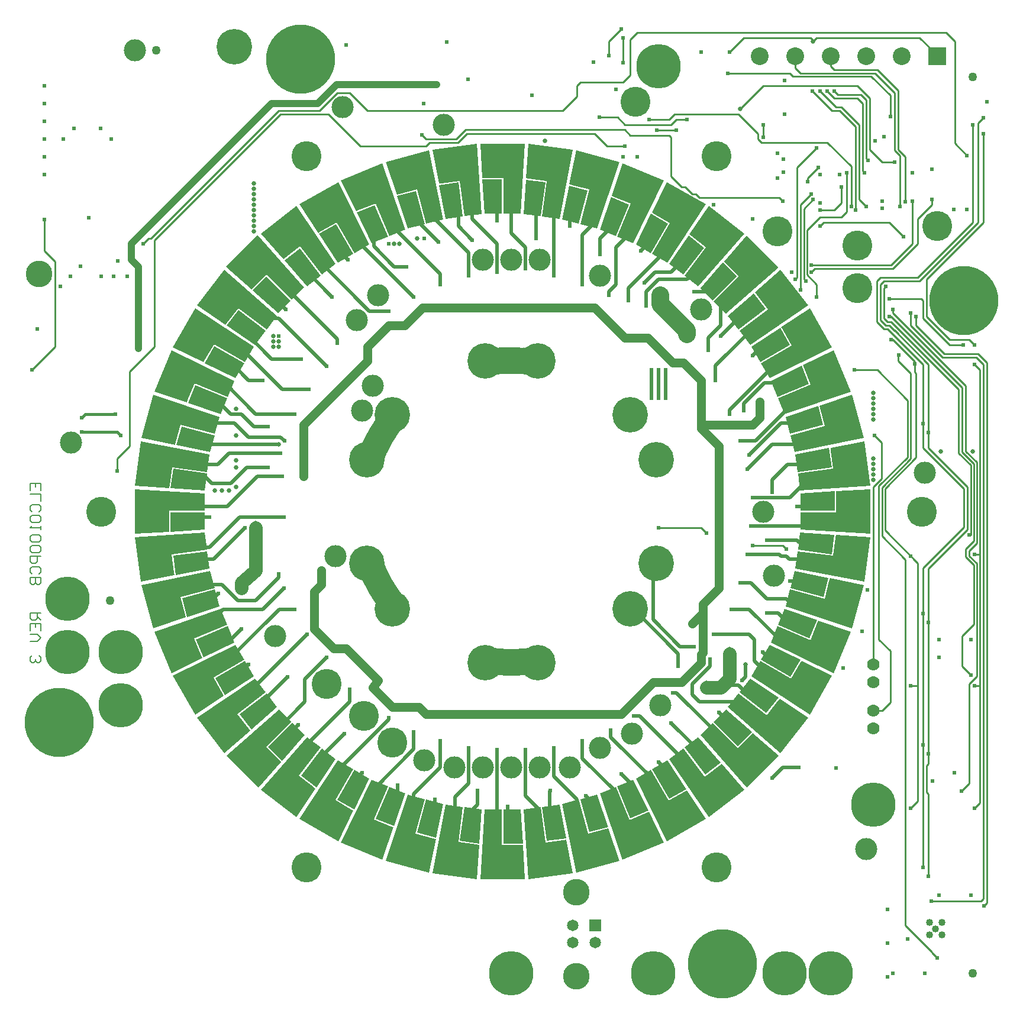
<source format=gbl>
%FSLAX23Y23*%
%MOIN*%
G70*
G01*
G75*
G04 Layer_Physical_Order=4*
G04 Layer_Color=16711680*
%ADD10C,0.150*%
%ADD11R,0.118X0.118*%
%ADD12R,0.010X0.041*%
%ADD13R,0.041X0.010*%
%ADD14R,0.035X0.049*%
%ADD15R,0.050X0.055*%
%ADD16R,0.055X0.050*%
%ADD17R,0.022X0.057*%
%ADD18R,0.022X0.057*%
%ADD19R,0.012X0.063*%
%ADD20R,0.140X0.060*%
%ADD21R,0.330X0.420*%
%ADD22R,0.079X0.126*%
%ADD23R,0.079X0.126*%
%ADD24R,0.085X0.036*%
%ADD25R,0.410X0.425*%
%ADD26R,0.110X0.115*%
%ADD27R,0.100X0.100*%
%ADD28R,0.059X0.051*%
%ADD29R,0.024X0.087*%
%ADD30R,0.024X0.087*%
%ADD31R,0.081X0.024*%
%ADD32C,0.050*%
%ADD33R,0.039X0.063*%
%ADD34R,0.217X0.280*%
%ADD35R,0.089X0.024*%
%ADD36R,0.160X0.080*%
%ADD37R,0.450X0.450*%
%ADD38R,0.100X0.100*%
%ADD39R,0.102X0.094*%
%ADD40R,0.012X0.063*%
%ADD41R,0.055X0.065*%
%ADD42R,0.065X0.055*%
%ADD43R,0.037X0.035*%
%ADD44R,0.037X0.035*%
%ADD45R,0.217X0.079*%
%ADD46R,0.063X0.012*%
%ADD47R,0.050X0.110*%
%ADD48R,0.087X0.024*%
%ADD49R,0.087X0.024*%
%ADD50C,0.010*%
%ADD51C,0.020*%
%ADD52C,0.075*%
%ADD53C,0.040*%
%ADD54C,0.025*%
%ADD55C,0.030*%
%ADD56C,0.035*%
%ADD57C,0.015*%
%ADD58C,0.100*%
%ADD59C,0.050*%
%ADD60C,0.150*%
%ADD61C,0.065*%
%ADD62R,0.065X0.065*%
%ADD63C,0.390*%
%ADD64C,0.169*%
%ADD65C,0.100*%
%ADD66C,0.070*%
%ADD67C,0.125*%
%ADD68C,0.250*%
%ADD69C,0.200*%
%ADD70C,0.150*%
%ADD71C,0.024*%
%ADD72C,0.040*%
%ADD73C,0.025*%
%ADD74C,0.008*%
%ADD75C,0.131*%
%ADD76C,0.080*%
%ADD77C,0.430*%
%ADD78C,0.209*%
%ADD79C,0.102*%
%ADD80C,0.085*%
%ADD81C,0.165*%
%ADD82C,0.290*%
%ADD83C,0.052*%
%ADD84C,0.055*%
%ADD85C,0.064*%
G04:AMPARAMS|DCode=86|XSize=43mil|YSize=59mil|CornerRadius=0mil|HoleSize=0mil|Usage=FLASHONLY|Rotation=277.500|XOffset=0mil|YOffset=0mil|HoleType=Round|Shape=Rectangle|*
%AMROTATEDRECTD86*
4,1,4,-0.032,0.018,0.026,0.025,0.032,-0.018,-0.026,-0.025,-0.032,0.018,0.0*
%
%ADD86ROTATEDRECTD86*%

G04:AMPARAMS|DCode=87|XSize=43mil|YSize=59mil|CornerRadius=0mil|HoleSize=0mil|Usage=FLASHONLY|Rotation=292.500|XOffset=0mil|YOffset=0mil|HoleType=Round|Shape=Rectangle|*
%AMROTATEDRECTD87*
4,1,4,-0.036,0.009,0.019,0.031,0.036,-0.009,-0.019,-0.031,-0.036,0.009,0.0*
%
%ADD87ROTATEDRECTD87*%

G04:AMPARAMS|DCode=88|XSize=43mil|YSize=59mil|CornerRadius=0mil|HoleSize=0mil|Usage=FLASHONLY|Rotation=307.500|XOffset=0mil|YOffset=0mil|HoleType=Round|Shape=Rectangle|*
%AMROTATEDRECTD88*
4,1,4,-0.037,-0.001,0.010,0.035,0.037,0.001,-0.010,-0.035,-0.037,-0.001,0.0*
%
%ADD88ROTATEDRECTD88*%

G04:AMPARAMS|DCode=89|XSize=43mil|YSize=59mil|CornerRadius=0mil|HoleSize=0mil|Usage=FLASHONLY|Rotation=322.500|XOffset=0mil|YOffset=0mil|HoleType=Round|Shape=Rectangle|*
%AMROTATEDRECTD89*
4,1,4,-0.035,-0.010,0.001,0.037,0.035,0.010,-0.001,-0.037,-0.035,-0.010,0.0*
%
%ADD89ROTATEDRECTD89*%

G04:AMPARAMS|DCode=90|XSize=43mil|YSize=59mil|CornerRadius=0mil|HoleSize=0mil|Usage=FLASHONLY|Rotation=337.500|XOffset=0mil|YOffset=0mil|HoleType=Round|Shape=Rectangle|*
%AMROTATEDRECTD90*
4,1,4,-0.031,-0.019,-0.009,0.036,0.031,0.019,0.009,-0.036,-0.031,-0.019,0.0*
%
%ADD90ROTATEDRECTD90*%

G04:AMPARAMS|DCode=91|XSize=43mil|YSize=59mil|CornerRadius=0mil|HoleSize=0mil|Usage=FLASHONLY|Rotation=352.500|XOffset=0mil|YOffset=0mil|HoleType=Round|Shape=Rectangle|*
%AMROTATEDRECTD91*
4,1,4,-0.025,-0.026,-0.018,0.032,0.025,0.026,0.018,-0.032,-0.025,-0.026,0.0*
%
%ADD91ROTATEDRECTD91*%

G04:AMPARAMS|DCode=92|XSize=43mil|YSize=59mil|CornerRadius=0mil|HoleSize=0mil|Usage=FLASHONLY|Rotation=7.500|XOffset=0mil|YOffset=0mil|HoleType=Round|Shape=Rectangle|*
%AMROTATEDRECTD92*
4,1,4,-0.018,-0.032,-0.025,0.026,0.018,0.032,0.025,-0.026,-0.018,-0.032,0.0*
%
%ADD92ROTATEDRECTD92*%

G04:AMPARAMS|DCode=93|XSize=43mil|YSize=59mil|CornerRadius=0mil|HoleSize=0mil|Usage=FLASHONLY|Rotation=22.500|XOffset=0mil|YOffset=0mil|HoleType=Round|Shape=Rectangle|*
%AMROTATEDRECTD93*
4,1,4,-0.009,-0.036,-0.031,0.019,0.009,0.036,0.031,-0.019,-0.009,-0.036,0.0*
%
%ADD93ROTATEDRECTD93*%

G04:AMPARAMS|DCode=94|XSize=43mil|YSize=59mil|CornerRadius=0mil|HoleSize=0mil|Usage=FLASHONLY|Rotation=37.500|XOffset=0mil|YOffset=0mil|HoleType=Round|Shape=Rectangle|*
%AMROTATEDRECTD94*
4,1,4,0.001,-0.037,-0.035,0.010,-0.001,0.037,0.035,-0.010,0.001,-0.037,0.0*
%
%ADD94ROTATEDRECTD94*%

G04:AMPARAMS|DCode=95|XSize=43mil|YSize=59mil|CornerRadius=0mil|HoleSize=0mil|Usage=FLASHONLY|Rotation=52.500|XOffset=0mil|YOffset=0mil|HoleType=Round|Shape=Rectangle|*
%AMROTATEDRECTD95*
4,1,4,0.010,-0.035,-0.037,0.001,-0.010,0.035,0.037,-0.001,0.010,-0.035,0.0*
%
%ADD95ROTATEDRECTD95*%

G04:AMPARAMS|DCode=96|XSize=43mil|YSize=59mil|CornerRadius=0mil|HoleSize=0mil|Usage=FLASHONLY|Rotation=67.500|XOffset=0mil|YOffset=0mil|HoleType=Round|Shape=Rectangle|*
%AMROTATEDRECTD96*
4,1,4,0.019,-0.031,-0.036,-0.009,-0.019,0.031,0.036,0.009,0.019,-0.031,0.0*
%
%ADD96ROTATEDRECTD96*%

G04:AMPARAMS|DCode=97|XSize=43mil|YSize=59mil|CornerRadius=0mil|HoleSize=0mil|Usage=FLASHONLY|Rotation=82.500|XOffset=0mil|YOffset=0mil|HoleType=Round|Shape=Rectangle|*
%AMROTATEDRECTD97*
4,1,4,0.026,-0.025,-0.032,-0.018,-0.026,0.025,0.032,0.018,0.026,-0.025,0.0*
%
%ADD97ROTATEDRECTD97*%

G04:AMPARAMS|DCode=98|XSize=43mil|YSize=59mil|CornerRadius=0mil|HoleSize=0mil|Usage=FLASHONLY|Rotation=285.000|XOffset=0mil|YOffset=0mil|HoleType=Round|Shape=Rectangle|*
%AMROTATEDRECTD98*
4,1,4,-0.034,0.013,0.023,0.029,0.034,-0.013,-0.023,-0.029,-0.034,0.013,0.0*
%
%ADD98ROTATEDRECTD98*%

%ADD99R,0.059X0.043*%
G04:AMPARAMS|DCode=100|XSize=43mil|YSize=59mil|CornerRadius=0mil|HoleSize=0mil|Usage=FLASHONLY|Rotation=315.000|XOffset=0mil|YOffset=0mil|HoleType=Round|Shape=Rectangle|*
%AMROTATEDRECTD100*
4,1,4,-0.036,-0.006,0.006,0.036,0.036,0.006,-0.006,-0.036,-0.036,-0.006,0.0*
%
%ADD100ROTATEDRECTD100*%

G04:AMPARAMS|DCode=101|XSize=43mil|YSize=59mil|CornerRadius=0mil|HoleSize=0mil|Usage=FLASHONLY|Rotation=300.000|XOffset=0mil|YOffset=0mil|HoleType=Round|Shape=Rectangle|*
%AMROTATEDRECTD101*
4,1,4,-0.036,0.004,0.015,0.034,0.036,-0.004,-0.015,-0.034,-0.036,0.004,0.0*
%
%ADD101ROTATEDRECTD101*%

G04:AMPARAMS|DCode=102|XSize=43mil|YSize=59mil|CornerRadius=0mil|HoleSize=0mil|Usage=FLASHONLY|Rotation=345.000|XOffset=0mil|YOffset=0mil|HoleType=Round|Shape=Rectangle|*
%AMROTATEDRECTD102*
4,1,4,-0.029,-0.023,-0.013,0.034,0.029,0.023,0.013,-0.034,-0.029,-0.023,0.0*
%
%ADD102ROTATEDRECTD102*%

G04:AMPARAMS|DCode=103|XSize=43mil|YSize=59mil|CornerRadius=0mil|HoleSize=0mil|Usage=FLASHONLY|Rotation=330.000|XOffset=0mil|YOffset=0mil|HoleType=Round|Shape=Rectangle|*
%AMROTATEDRECTD103*
4,1,4,-0.034,-0.015,-0.004,0.036,0.034,0.015,0.004,-0.036,-0.034,-0.015,0.0*
%
%ADD103ROTATEDRECTD103*%

G04:AMPARAMS|DCode=104|XSize=43mil|YSize=59mil|CornerRadius=0mil|HoleSize=0mil|Usage=FLASHONLY|Rotation=15.000|XOffset=0mil|YOffset=0mil|HoleType=Round|Shape=Rectangle|*
%AMROTATEDRECTD104*
4,1,4,-0.013,-0.034,-0.029,0.023,0.013,0.034,0.029,-0.023,-0.013,-0.034,0.0*
%
%ADD104ROTATEDRECTD104*%

%ADD105R,0.043X0.059*%
G04:AMPARAMS|DCode=106|XSize=43mil|YSize=59mil|CornerRadius=0mil|HoleSize=0mil|Usage=FLASHONLY|Rotation=45.000|XOffset=0mil|YOffset=0mil|HoleType=Round|Shape=Rectangle|*
%AMROTATEDRECTD106*
4,1,4,0.006,-0.036,-0.036,0.006,-0.006,0.036,0.036,-0.006,0.006,-0.036,0.0*
%
%ADD106ROTATEDRECTD106*%

G04:AMPARAMS|DCode=107|XSize=43mil|YSize=59mil|CornerRadius=0mil|HoleSize=0mil|Usage=FLASHONLY|Rotation=30.000|XOffset=0mil|YOffset=0mil|HoleType=Round|Shape=Rectangle|*
%AMROTATEDRECTD107*
4,1,4,-0.004,-0.036,-0.034,0.015,0.004,0.036,0.034,-0.015,-0.004,-0.036,0.0*
%
%ADD107ROTATEDRECTD107*%

G04:AMPARAMS|DCode=108|XSize=43mil|YSize=59mil|CornerRadius=0mil|HoleSize=0mil|Usage=FLASHONLY|Rotation=75.000|XOffset=0mil|YOffset=0mil|HoleType=Round|Shape=Rectangle|*
%AMROTATEDRECTD108*
4,1,4,0.023,-0.029,-0.034,-0.013,-0.023,0.029,0.034,0.013,0.023,-0.029,0.0*
%
%ADD108ROTATEDRECTD108*%

G04:AMPARAMS|DCode=109|XSize=43mil|YSize=59mil|CornerRadius=0mil|HoleSize=0mil|Usage=FLASHONLY|Rotation=60.000|XOffset=0mil|YOffset=0mil|HoleType=Round|Shape=Rectangle|*
%AMROTATEDRECTD109*
4,1,4,0.015,-0.034,-0.036,-0.004,-0.015,0.034,0.036,0.004,0.015,-0.034,0.0*
%
%ADD109ROTATEDRECTD109*%

G36*
X1807Y-926D02*
X1681Y-1145D01*
X1352Y-927D01*
X1402Y-842D01*
X1575Y-942D01*
X1627Y-854D01*
X1634Y-840D01*
X1807Y-926D01*
D02*
G37*
G36*
X-1452Y-927D02*
X-1614Y-1034D01*
X-1669Y-938D01*
X-1502Y-842D01*
X-1452Y-927D01*
D02*
G37*
G36*
X1504Y-1048D02*
X1437Y-1135D01*
X1284Y-1018D01*
X1344Y-940D01*
X1504Y-1048D01*
D02*
G37*
G36*
X-1561Y-737D02*
X-1735Y-822D01*
X-1777Y-720D01*
X-1599Y-646D01*
X-1561Y-737D01*
D02*
G37*
G36*
X-1602Y-639D02*
X-1787Y-716D01*
X-1748Y-810D01*
X-1742Y-825D01*
X-1916Y-910D01*
X-2012Y-677D01*
X-1639Y-548D01*
X-1602Y-639D01*
D02*
G37*
G36*
X1628Y-836D02*
X1573Y-932D01*
X1405Y-835D01*
X1455Y-750D01*
X1628Y-836D01*
D02*
G37*
G36*
X1439Y-1147D02*
X1501Y-1065D01*
X1511Y-1053D01*
X1671Y-1161D01*
X1517Y-1361D01*
X1220Y-1102D01*
X1279Y-1024D01*
X1439Y-1147D01*
D02*
G37*
G36*
X-1384Y-1018D02*
X-1544Y-1140D01*
X-1481Y-1221D01*
X-1472Y-1234D01*
X-1617Y-1361D01*
X-1771Y-1161D01*
X-1444Y-940D01*
X-1384Y-1018D01*
D02*
G37*
G36*
X-1164Y-1259D02*
X-1292Y-1404D01*
X-1370Y-1326D01*
X-1234Y-1190D01*
X-1164Y-1259D01*
D02*
G37*
G36*
X-1505Y-835D02*
X-1679Y-936D01*
X-1628Y-1024D01*
X-1620Y-1038D01*
X-1781Y-1145D01*
X-1907Y-926D01*
X-1555Y-750D01*
X-1505Y-835D01*
D02*
G37*
G36*
X-1320Y-1102D02*
X-1465Y-1229D01*
X-1532Y-1142D01*
X-1379Y-1024D01*
X-1320Y-1102D01*
D02*
G37*
G36*
X1354Y-1242D02*
X1276Y-1320D01*
X1140Y-1184D01*
X1209Y-1114D01*
X1354Y-1242D01*
D02*
G37*
G36*
X2021Y-146D02*
X1988Y-396D01*
X1600Y-321D01*
X1613Y-223D01*
X1812Y-249D01*
X1826Y-148D01*
X1828Y-132D01*
X2021Y-146D01*
D02*
G37*
G36*
X-1700Y-321D02*
X-1890Y-358D01*
X-1905Y-248D01*
X-1713Y-223D01*
X-1700Y-321D01*
D02*
G37*
G36*
X-1714Y-215D02*
X-1913Y-242D01*
X-1900Y-343D01*
X-1898Y-359D01*
X-2088Y-396D01*
X-2121Y-146D01*
X-1727Y-118D01*
X-1714Y-215D01*
D02*
G37*
G36*
X2022Y-126D02*
X1628Y-102D01*
Y-4D01*
X1829D01*
Y98D01*
Y114D01*
X2022Y126D01*
Y-126D01*
D02*
G37*
G36*
X-1728Y102D02*
Y4D01*
X-1929D01*
Y-98D01*
Y-114D01*
X-2122Y-126D01*
Y126D01*
X-1728Y102D01*
D02*
G37*
G36*
X1820Y-131D02*
X1806Y-241D01*
X1614Y-215D01*
X1627Y-118D01*
X1820Y-131D01*
D02*
G37*
G36*
X-1672Y-430D02*
X-1866Y-482D01*
X-1839Y-581D01*
X-1835Y-596D01*
X-2019Y-658D01*
X-2084Y-414D01*
X-1697Y-335D01*
X-1672Y-430D01*
D02*
G37*
G36*
X1722Y-611D02*
X1680Y-713D01*
X1502Y-639D01*
X1539Y-548D01*
X1722Y-611D01*
D02*
G37*
G36*
X1912Y-677D02*
X1816Y-910D01*
X1461Y-737D01*
X1499Y-646D01*
X1684Y-723D01*
X1723Y-629D01*
X1729Y-614D01*
X1912Y-677D01*
D02*
G37*
G36*
X1787Y-374D02*
X1758Y-480D01*
X1572Y-430D01*
X1597Y-335D01*
X1787Y-374D01*
D02*
G37*
G36*
X1984Y-414D02*
X1919Y-658D01*
X1544Y-533D01*
X1570Y-438D01*
X1764Y-490D01*
X1790Y-391D01*
X1794Y-376D01*
X1984Y-414D01*
D02*
G37*
G36*
X-1644Y-533D02*
X-1828Y-594D01*
X-1856Y-488D01*
X-1670Y-438D01*
X-1644Y-533D01*
D02*
G37*
G36*
X-168Y-1677D02*
X-181Y-1870D01*
X-291Y-1856D01*
X-265Y-1664D01*
X-168Y-1677D01*
D02*
G37*
G36*
X64Y-1871D02*
X-46D01*
Y-1678D01*
X52D01*
X64Y-1871D01*
D02*
G37*
G36*
X666Y-1737D02*
X760Y-1698D01*
X775Y-1692D01*
X860Y-1866D01*
X627Y-1962D01*
X498Y-1589D01*
X589Y-1552D01*
X666Y-1737D01*
D02*
G37*
G36*
X308Y-1840D02*
X198Y-1855D01*
X173Y-1663D01*
X271Y-1650D01*
X308Y-1840D01*
D02*
G37*
G36*
X887Y-1629D02*
X975Y-1578D01*
X989Y-1570D01*
X1096Y-1731D01*
X877Y-1857D01*
X701Y-1505D01*
X786Y-1455D01*
X887Y-1629D01*
D02*
G37*
G36*
X-892Y-1452D02*
X-992Y-1625D01*
X-904Y-1677D01*
X-890Y-1684D01*
X-976Y-1857D01*
X-1195Y-1731D01*
X-977Y-1402D01*
X-892Y-1452D01*
D02*
G37*
G36*
X192Y-1863D02*
X293Y-1850D01*
X309Y-1848D01*
X346Y-2038D01*
X96Y-2071D01*
X68Y-1677D01*
X165Y-1664D01*
X192Y-1863D01*
D02*
G37*
G36*
X-273Y-1663D02*
X-299Y-1862D01*
X-198Y-1876D01*
X-182Y-1878D01*
X-196Y-2071D01*
X-446Y-2038D01*
X-371Y-1650D01*
X-273Y-1663D01*
D02*
G37*
G36*
X-54Y-1879D02*
X64D01*
X76Y-2072D01*
X-176D01*
X-152Y-1678D01*
X-54D01*
Y-1879D01*
D02*
G37*
G36*
X-696Y-1549D02*
X-773Y-1734D01*
X-679Y-1773D01*
X-664Y-1779D01*
X-727Y-1962D01*
X-960Y-1866D01*
X-787Y-1511D01*
X-696Y-1549D01*
D02*
G37*
G36*
X432Y-1816D02*
X531Y-1789D01*
X546Y-1785D01*
X608Y-1969D01*
X364Y-2034D01*
X285Y-1647D01*
X380Y-1622D01*
X432Y-1816D01*
D02*
G37*
G36*
X-488Y-1620D02*
X-540Y-1814D01*
X-441Y-1840D01*
X-426Y-1844D01*
X-464Y-2034D01*
X-708Y-1969D01*
X-583Y-1594D01*
X-488Y-1620D01*
D02*
G37*
G36*
X-990Y-1394D02*
X-1098Y-1554D01*
X-1185Y-1487D01*
X-1068Y-1334D01*
X-990Y-1394D01*
D02*
G37*
G36*
X985Y-1564D02*
X889Y-1619D01*
X793Y-1452D01*
X878Y-1402D01*
X985Y-1564D01*
D02*
G37*
G36*
X-800Y-1505D02*
X-886Y-1678D01*
X-982Y-1623D01*
X-885Y-1455D01*
X-800Y-1505D01*
D02*
G37*
G36*
X1179Y-1415D02*
X1092Y-1482D01*
X974Y-1329D01*
X1052Y-1270D01*
X1179Y-1415D01*
D02*
G37*
G36*
X1276Y-1332D02*
X1348Y-1259D01*
X1360Y-1248D01*
X1504Y-1376D01*
X1326Y-1554D01*
X1064Y-1259D01*
X1134Y-1190D01*
X1276Y-1332D01*
D02*
G37*
G36*
X-1240Y-1184D02*
X-1382Y-1326D01*
X-1309Y-1398D01*
X-1298Y-1410D01*
X-1426Y-1554D01*
X-1604Y-1376D01*
X-1309Y-1114D01*
X-1240Y-1184D01*
D02*
G37*
G36*
X-598Y-1589D02*
X-661Y-1772D01*
X-763Y-1730D01*
X-689Y-1552D01*
X-598Y-1589D01*
D02*
G37*
G36*
X544Y-1778D02*
X438Y-1806D01*
X388Y-1620D01*
X483Y-1594D01*
X544Y-1778D01*
D02*
G37*
G36*
X-385Y-1647D02*
X-424Y-1837D01*
X-530Y-1808D01*
X-480Y-1622D01*
X-385Y-1647D01*
D02*
G37*
G36*
X1090Y-1494D02*
X1171Y-1431D01*
X1184Y-1422D01*
X1311Y-1567D01*
X1111Y-1721D01*
X890Y-1394D01*
X968Y-1334D01*
X1090Y-1494D01*
D02*
G37*
G36*
X-1074Y-1329D02*
X-1197Y-1489D01*
X-1115Y-1551D01*
X-1103Y-1561D01*
X-1211Y-1721D01*
X-1411Y-1567D01*
X-1152Y-1270D01*
X-1074Y-1329D01*
D02*
G37*
G36*
X772Y-1685D02*
X670Y-1727D01*
X596Y-1549D01*
X687Y-1511D01*
X772Y-1685D01*
D02*
G37*
G36*
X-800Y1505D02*
X-885Y1455D01*
X-986Y1629D01*
X-1074Y1578D01*
X-1088Y1570D01*
X-1195Y1731D01*
X-976Y1857D01*
X-800Y1505D01*
D02*
G37*
G36*
X1096Y1731D02*
X878Y1402D01*
X793Y1452D01*
X893Y1625D01*
X805Y1677D01*
X791Y1684D01*
X877Y1857D01*
X1096Y1731D01*
D02*
G37*
G36*
X-892Y1452D02*
X-977Y1402D01*
X-1084Y1564D01*
X-988Y1619D01*
X-892Y1452D01*
D02*
G37*
G36*
X860Y1866D02*
X687Y1511D01*
X596Y1549D01*
X673Y1734D01*
X579Y1773D01*
X564Y1779D01*
X627Y1962D01*
X860Y1866D01*
D02*
G37*
G36*
X-696Y1549D02*
X-787Y1511D01*
X-872Y1685D01*
X-770Y1727D01*
X-696Y1549D01*
D02*
G37*
G36*
X883Y1623D02*
X786Y1455D01*
X701Y1505D01*
X787Y1678D01*
X883Y1623D01*
D02*
G37*
G36*
X-1074Y1329D02*
X-1152Y1270D01*
X-1279Y1415D01*
X-1192Y1482D01*
X-1074Y1329D01*
D02*
G37*
G36*
X-1168Y1263D02*
X-1238Y1194D01*
X-1380Y1336D01*
X-1452Y1263D01*
X-1464Y1252D01*
X-1608Y1380D01*
X-1430Y1558D01*
X-1168Y1263D01*
D02*
G37*
G36*
X1270Y1326D02*
X1134Y1190D01*
X1064Y1259D01*
X1192Y1404D01*
X1270Y1326D01*
D02*
G37*
G36*
X1085Y1487D02*
X968Y1334D01*
X890Y1394D01*
X998Y1554D01*
X1085Y1487D01*
D02*
G37*
G36*
X-990Y1394D02*
X-1068Y1334D01*
X-1190Y1494D01*
X-1271Y1431D01*
X-1284Y1422D01*
X-1411Y1567D01*
X-1211Y1721D01*
X-990Y1394D01*
D02*
G37*
G36*
X1311Y1567D02*
X1052Y1270D01*
X974Y1329D01*
X1097Y1489D01*
X1015Y1551D01*
X1003Y1561D01*
X1111Y1721D01*
X1311Y1567D01*
D02*
G37*
G36*
X-168Y1677D02*
X-265Y1664D01*
X-292Y1863D01*
X-393Y1850D01*
X-409Y1848D01*
X-446Y2038D01*
X-196Y2071D01*
X-168Y1677D01*
D02*
G37*
G36*
X346Y2038D02*
X271Y1650D01*
X173Y1663D01*
X199Y1862D01*
X98Y1876D01*
X82Y1878D01*
X96Y2071D01*
X346Y2038D01*
D02*
G37*
G36*
X-273Y1663D02*
X-371Y1650D01*
X-408Y1840D01*
X-298Y1855D01*
X-273Y1663D01*
D02*
G37*
G36*
X52Y1678D02*
X-46D01*
Y1879D01*
X-164D01*
X-176Y2072D01*
X76D01*
X52Y1678D01*
D02*
G37*
G36*
X-54D02*
X-152D01*
X-164Y1871D01*
X-54D01*
Y1678D01*
D02*
G37*
G36*
X191Y1856D02*
X165Y1664D01*
X68Y1677D01*
X81Y1870D01*
X191Y1856D01*
D02*
G37*
G36*
X-488Y1620D02*
X-583Y1594D01*
X-644Y1778D01*
X-538Y1806D01*
X-488Y1620D01*
D02*
G37*
G36*
X663Y1730D02*
X589Y1552D01*
X498Y1589D01*
X561Y1772D01*
X663Y1730D01*
D02*
G37*
G36*
X-598Y1589D02*
X-689Y1552D01*
X-766Y1737D01*
X-860Y1698D01*
X-875Y1692D01*
X-960Y1866D01*
X-727Y1962D01*
X-598Y1589D01*
D02*
G37*
G36*
X430Y1808D02*
X380Y1622D01*
X285Y1647D01*
X324Y1837D01*
X430Y1808D01*
D02*
G37*
G36*
X-385Y1647D02*
X-480Y1622D01*
X-532Y1816D01*
X-631Y1789D01*
X-646Y1785D01*
X-708Y1969D01*
X-464Y2034D01*
X-385Y1647D01*
D02*
G37*
G36*
X608Y1969D02*
X483Y1594D01*
X388Y1620D01*
X440Y1814D01*
X341Y1840D01*
X326Y1844D01*
X364Y2034D01*
X608Y1969D01*
D02*
G37*
G36*
X-1644Y533D02*
X-1670Y438D01*
X-1864Y490D01*
X-1890Y391D01*
X-1894Y376D01*
X-2084Y414D01*
X-2019Y658D01*
X-1644Y533D01*
D02*
G37*
G36*
X1984Y414D02*
X1597Y335D01*
X1572Y430D01*
X1766Y482D01*
X1739Y581D01*
X1735Y596D01*
X1919Y658D01*
X1984Y414D01*
D02*
G37*
G36*
X-1672Y430D02*
X-1697Y335D01*
X-1887Y374D01*
X-1858Y480D01*
X-1672Y430D01*
D02*
G37*
G36*
X1912Y677D02*
X1539Y548D01*
X1502Y639D01*
X1687Y716D01*
X1648Y810D01*
X1642Y825D01*
X1816Y910D01*
X1912Y677D01*
D02*
G37*
G36*
X-1602Y639D02*
X-1639Y548D01*
X-1822Y611D01*
X-1780Y713D01*
X-1602Y639D01*
D02*
G37*
G36*
X1756Y488D02*
X1570Y438D01*
X1544Y533D01*
X1728Y594D01*
X1756Y488D01*
D02*
G37*
G36*
X-1714Y215D02*
X-1727Y118D01*
X-1920Y131D01*
X-1906Y241D01*
X-1714Y215D01*
D02*
G37*
G36*
X1821Y4D02*
X1628D01*
Y102D01*
X1821Y114D01*
Y4D01*
D02*
G37*
G36*
X-1728Y-102D02*
X-1921Y-114D01*
Y-4D01*
X-1728D01*
Y-102D01*
D02*
G37*
G36*
X1805Y248D02*
X1613Y223D01*
X1600Y321D01*
X1790Y358D01*
X1805Y248D01*
D02*
G37*
G36*
X-1700Y321D02*
X-1713Y223D01*
X-1912Y249D01*
X-1926Y148D01*
X-1928Y132D01*
X-2121Y146D01*
X-2088Y396D01*
X-1700Y321D01*
D02*
G37*
G36*
X2021Y146D02*
X1627Y118D01*
X1614Y215D01*
X1813Y242D01*
X1800Y343D01*
X1798Y359D01*
X1988Y396D01*
X2021Y146D01*
D02*
G37*
G36*
X-1320Y1102D02*
X-1379Y1024D01*
X-1539Y1147D01*
X-1601Y1065D01*
X-1611Y1053D01*
X-1771Y1161D01*
X-1617Y1361D01*
X-1320Y1102D01*
D02*
G37*
G36*
X1671Y1161D02*
X1344Y940D01*
X1284Y1018D01*
X1444Y1140D01*
X1381Y1221D01*
X1372Y1234D01*
X1517Y1361D01*
X1671Y1161D01*
D02*
G37*
G36*
X-1384Y1018D02*
X-1444Y940D01*
X-1604Y1048D01*
X-1537Y1135D01*
X-1384Y1018D01*
D02*
G37*
G36*
X-1244Y1188D02*
X-1313Y1118D01*
X-1458Y1246D01*
X-1380Y1324D01*
X-1244Y1188D01*
D02*
G37*
G36*
X1504Y1376D02*
X1209Y1114D01*
X1140Y1184D01*
X1282Y1326D01*
X1209Y1398D01*
X1198Y1410D01*
X1326Y1554D01*
X1504Y1376D01*
D02*
G37*
G36*
X1432Y1142D02*
X1279Y1024D01*
X1220Y1102D01*
X1365Y1229D01*
X1432Y1142D01*
D02*
G37*
G36*
X-1505Y836D02*
X-1555Y751D01*
X-1728Y837D01*
X-1673Y933D01*
X-1505Y836D01*
D02*
G37*
G36*
X1677Y720D02*
X1499Y646D01*
X1461Y737D01*
X1635Y822D01*
X1677Y720D01*
D02*
G37*
G36*
X-1561Y737D02*
X-1599Y646D01*
X-1784Y723D01*
X-1823Y629D01*
X-1829Y614D01*
X-2012Y677D01*
X-1916Y910D01*
X-1561Y737D01*
D02*
G37*
G36*
X1569Y939D02*
X1402Y843D01*
X1352Y928D01*
X1514Y1035D01*
X1569Y939D01*
D02*
G37*
G36*
X-1452Y928D02*
X-1502Y843D01*
X-1675Y943D01*
X-1727Y855D01*
X-1734Y841D01*
X-1907Y927D01*
X-1781Y1146D01*
X-1452Y928D01*
D02*
G37*
G36*
X1807Y927D02*
X1455Y751D01*
X1405Y836D01*
X1579Y937D01*
X1528Y1025D01*
X1520Y1039D01*
X1681Y1146D01*
X1807Y927D01*
D02*
G37*
D10*
X148Y839D02*
G03*
X-148Y839I-148J-839D01*
G01*
X-148Y-837D02*
G03*
X148Y-837I148J837D01*
G01*
X-798Y-291D02*
G03*
X-651Y-546I798J291D01*
G01*
X-147Y-837D02*
G03*
X148Y-837I147J837D01*
G01*
X-148D02*
G03*
X-147Y-837I148J837D01*
G01*
X-651Y547D02*
G03*
X-799Y291I651J-547D01*
G01*
D32*
X2600Y-2600D02*
D03*
Y2450D02*
D03*
X-2260Y-500D02*
D03*
X-2000Y2600D02*
D03*
D38*
X2400Y2565D02*
D03*
D50*
X2663Y-2222D02*
X2680Y-2205D01*
X2663Y-2222D02*
X2663Y-2222D01*
X2370Y-2485D02*
Y-2480D01*
Y-2485D02*
X2400Y-2515D01*
X-2630Y1470D02*
Y1645D01*
X-2700Y800D02*
X-2570Y930D01*
X1220Y2470D02*
X1570D01*
X1587Y2453D01*
X2027D01*
X2134Y2346D01*
Y2224D02*
Y2346D01*
X550Y2650D02*
X620Y2720D01*
X550Y2570D02*
Y2650D01*
X630Y2530D02*
Y2670D01*
X370Y2400D02*
X390Y2420D01*
X630D01*
X670Y2460D01*
Y2660D01*
X710Y2700D01*
X2385Y2585D02*
X2400D01*
X1230Y2590D02*
X1310Y2670D01*
X1684D01*
X1702Y2652D01*
X1700Y2650D02*
X1720Y2670D01*
X2300D02*
X2385Y2585D01*
X710Y2700D02*
X2450D01*
X2500Y2650D01*
X1720Y2670D02*
X2300D01*
X1600Y2500D02*
Y2585D01*
Y2500D02*
X1630Y2470D01*
X2050D01*
X2160Y2360D01*
Y2035D02*
Y2360D01*
Y2035D02*
X2190Y2005D01*
Y1720D02*
Y2005D01*
X1800Y2510D02*
Y2585D01*
Y2510D02*
X1820Y2490D01*
X2062D01*
X1740Y1610D02*
X1760Y1630D01*
X1860Y1660D02*
X1890Y1690D01*
X1740Y1660D02*
X1860D01*
X290Y2260D02*
X370Y2340D01*
X2220Y1747D02*
Y2000D01*
X2180Y2040D02*
X2220Y2000D01*
X2180Y2040D02*
Y2372D01*
X2062Y2490D02*
X2180Y2372D01*
X1695Y2370D02*
X1805Y2260D01*
X1740Y2370D02*
X1830Y2280D01*
X1780Y2370D02*
X1820Y2330D01*
Y2370D02*
X1840Y2350D01*
X2500Y2074D02*
Y2650D01*
X2630Y2190D02*
X2660Y2220D01*
X2630Y1630D02*
Y2190D01*
X920Y2240D02*
X1280D01*
X890Y2210D02*
X920Y2240D01*
X777Y2210D02*
X890D01*
X900Y2180D02*
X930Y2210D01*
X2290Y1510D02*
Y1650D01*
X2370Y1730D01*
X-1310Y2260D02*
X-1080D01*
X-980Y2360D01*
X-910D01*
X-810Y2260D01*
X290D01*
X-480Y2100D02*
X-310D01*
X-259Y2151D01*
X-480Y2060D02*
X-460Y2080D01*
X-300D01*
X2045Y430D02*
X2085Y390D01*
Y185D02*
Y390D01*
X2040Y140D02*
X2085Y185D01*
X2040Y105D02*
Y140D01*
X2070Y-720D02*
Y144D01*
X2233Y307D01*
Y627D01*
X2040Y-860D02*
Y105D01*
Y-1120D02*
X2090D01*
X2135Y-1075D01*
Y-785D01*
X2070Y-720D02*
X2135Y-785D01*
X2062Y798D02*
X2233Y627D01*
X1933Y798D02*
X2062D01*
X640Y2180D02*
X900D01*
X2320Y360D02*
Y830D01*
X2588Y-130D02*
Y262D01*
X2520Y330D02*
X2588Y262D01*
X2520Y330D02*
Y690D01*
X2540Y335D02*
Y700D01*
Y335D02*
X2605Y270D01*
Y-165D02*
Y270D01*
X2560Y-210D02*
X2605Y-165D01*
X2560Y-255D02*
Y-210D01*
Y-255D02*
X2605Y-300D01*
Y-635D02*
Y-300D01*
X2540Y-700D02*
X2605Y-635D01*
X2540Y-870D02*
Y-700D01*
X2560Y340D02*
Y710D01*
Y340D02*
X2622Y278D01*
Y-177D02*
Y278D01*
X2580Y-220D02*
X2622Y-177D01*
X2580Y-250D02*
Y-220D01*
Y-250D02*
X2622Y-292D01*
Y-928D02*
Y-292D01*
X2580Y-970D02*
X2622Y-928D01*
X2580Y-1530D02*
Y-970D01*
X1390Y2100D02*
Y2130D01*
X1280Y2240D02*
X1390Y2130D01*
X1780Y2080D02*
X1915Y1945D01*
X1290Y2270D02*
X1420Y2400D01*
X1040Y1790D02*
X1060Y1770D01*
X900Y1890D02*
Y2110D01*
X1060Y1770D02*
X1510D01*
X1530Y1750D01*
X2500Y2074D02*
X2567Y2007D01*
X2000Y1990D02*
X2010Y1980D01*
X2000Y1990D02*
Y2320D01*
X1860Y1740D02*
Y1830D01*
X1820Y1700D02*
X1860Y1740D01*
X1740Y1700D02*
X1820D01*
X1980Y1920D02*
X1990Y1910D01*
X1980Y1920D02*
Y2300D01*
X1960Y1760D02*
X2000Y1720D01*
X1805Y2260D02*
X1850D01*
X1830Y2280D02*
X1860D01*
X1850Y2260D02*
X1940Y2170D01*
Y1700D02*
Y2170D01*
X1860Y2280D02*
X1960Y2180D01*
Y1760D02*
Y2180D01*
X1950Y2400D02*
X2020Y2330D01*
X1970Y2350D02*
X2000Y2320D01*
X1840Y2350D02*
X1970D01*
X1820Y2330D02*
X1950D01*
X1980Y2300D01*
X2020Y2040D02*
Y2330D01*
X2610Y830D02*
X2640Y800D01*
Y-1640D02*
Y800D01*
X-2630Y1470D02*
X-2570Y1410D01*
Y930D02*
Y1410D01*
X2106Y-106D02*
Y130D01*
X2280Y304D01*
X2290Y-1630D02*
Y-290D01*
X2250Y-1670D02*
X2290Y-1630D01*
X2350Y-2055D02*
Y-1590D01*
X2620Y870D02*
X2660Y830D01*
X2646Y-2194D02*
X2660Y-2180D01*
X2430Y870D02*
X2620D01*
X2440Y890D02*
X2630D01*
X2680Y840D01*
X2660Y-2180D02*
Y830D01*
X2680Y-2205D02*
Y840D01*
X2366Y-2194D02*
X2646D01*
X2610Y-1670D02*
X2640Y-1640D01*
X2610Y-980D02*
X2640D01*
X2610Y-240D02*
X2640D01*
X2340Y-1580D02*
X2350Y-1590D01*
X2340Y-1580D02*
Y-1430D01*
X2350Y-1420D01*
X2250Y-980D02*
X2290D01*
X2280Y304D02*
Y780D01*
X2060Y1300D02*
X2080Y1320D01*
X2290D01*
X2280Y1050D02*
Y1100D01*
X2660Y1630D02*
Y2130D01*
X2100Y1260D02*
X2110Y1270D01*
X2080Y1280D02*
X2100Y1300D01*
X2300D01*
X2250Y1050D02*
Y1120D01*
X2470Y940D02*
X2547D01*
X2580Y970D02*
X2610Y940D01*
X2320Y1090D02*
X2470Y940D01*
Y970D02*
X2580D01*
X2130Y1200D02*
X2310D01*
X2320Y1190D01*
Y1090D02*
Y1190D01*
X2340Y1100D02*
X2470Y970D01*
X2300Y1300D02*
X2630Y1630D01*
X2290Y1320D02*
X2600Y1630D01*
Y2180D01*
X2340Y1100D02*
Y1310D01*
X2660Y1630D01*
X2150Y1120D02*
Y1140D01*
X2060Y1070D02*
X2100Y1030D01*
X2120D01*
X2060Y1070D02*
Y1300D01*
X2080Y1080D02*
X2110Y1050D01*
X2129D01*
X2159Y1020D02*
X2159Y1021D01*
X2080Y1080D02*
Y1280D01*
X2100Y1090D02*
X2120Y1070D01*
X2140D01*
X2100Y1090D02*
Y1260D01*
X2130Y1100D02*
X2140D01*
X2129Y1050D02*
X2159Y1020D01*
X2220Y-2330D02*
X2370Y-2480D01*
X2220Y-2330D02*
Y-270D01*
X2088Y-138D02*
X2220Y-270D01*
X2088Y-138D02*
Y137D01*
X2250Y299D01*
Y780D01*
X2180Y850D02*
X2250Y780D01*
X2140Y970D02*
X2150D01*
X2120Y1030D02*
X2320Y830D01*
X2159Y1021D02*
X2350Y830D01*
X2140Y1070D02*
X2520Y690D01*
X2140Y1100D02*
X2540Y700D01*
X2150Y1120D02*
X2560Y710D01*
X2250Y1050D02*
X2430Y870D01*
X2280Y1050D02*
X2440Y890D01*
X2150Y970D02*
X2273Y847D01*
Y787D02*
X2280Y780D01*
X2180Y850D02*
Y880D01*
X-2075Y1510D02*
X-2045Y1540D01*
X1420Y2400D02*
X1950D01*
X-503Y2123D02*
X-480Y2100D01*
X2273Y787D02*
Y847D01*
X2106Y-106D02*
X2290Y-290D01*
X2320Y-2005D02*
Y-317D01*
X2350Y-1420D02*
Y-320D01*
X370Y2340D02*
Y2400D01*
X1630Y1730D02*
X1690Y1790D01*
X1630Y1250D02*
Y1730D01*
X1648Y1707D02*
X1700Y1760D01*
X2260Y1510D02*
Y1750D01*
X2140Y1390D02*
X2260Y1510D01*
X1690Y1390D02*
X2140D01*
X2370Y1730D02*
Y1760D01*
X2150Y1370D02*
X2290Y1510D01*
X1710Y1370D02*
X2150D01*
X1648Y1312D02*
Y1707D01*
Y1312D02*
X1660Y1300D01*
X1420Y2110D02*
Y2180D01*
X2350Y-320D02*
X2570Y-100D01*
Y140D01*
X2350Y360D02*
X2570Y140D01*
X2350Y360D02*
Y830D01*
X2320Y-317D02*
X2550Y-87D01*
Y130D01*
X2320Y360D02*
X2550Y130D01*
X599Y2221D02*
X640Y2180D01*
X494Y2221D02*
X599D01*
X-2220Y230D02*
Y300D01*
X-2150Y370D01*
Y790D01*
X-2010Y930D01*
Y1530D01*
X-2030Y1540D02*
X-1310Y2260D01*
X-2045Y1540D02*
X-2030D01*
X540Y2060D02*
X640D01*
X470Y2130D02*
X540Y2060D01*
X-250Y2130D02*
X470D01*
X-300Y2080D02*
X-250Y2130D01*
X-850Y2060D02*
X-480D01*
X-1030Y2240D02*
X-850Y2060D01*
X-1300Y2240D02*
X-1030D01*
X-2010Y1530D02*
X-1300Y2240D01*
X639Y2151D02*
X670Y2120D01*
X890D01*
X900Y2110D01*
X2020Y2040D02*
X2090Y1970D01*
X2160D01*
X1915Y1720D02*
Y1945D01*
X1410Y2080D02*
X1780D01*
X1390Y2100D02*
X1410Y2080D01*
X1690Y1350D02*
X1710Y1370D01*
X1890Y1690D02*
Y1910D01*
X2130Y1630D02*
X2210Y1550D01*
X1665Y1585D02*
X1740Y1660D01*
X1665Y1335D02*
Y1585D01*
Y1335D02*
X1720Y1280D01*
Y1210D02*
Y1280D01*
X-259Y2151D02*
X639D01*
X1610Y1940D02*
X1720Y2050D01*
X1610Y1320D02*
Y1940D01*
X1600Y1310D02*
X1610Y1320D01*
X-550Y1660D02*
Y1752D01*
X830Y-90D02*
X1070D01*
X1100Y-120D01*
X1360Y-190D02*
X1530D01*
X1550Y-210D01*
X2537Y-1573D02*
X2580Y-1530D01*
X2540Y-870D02*
X2590Y-920D01*
X1670Y1880D02*
X1730Y1940D01*
X1670Y1860D02*
Y1880D01*
X820Y2150D02*
X930D01*
X960Y1830D02*
X980D01*
X900Y1890D02*
X960Y1830D01*
X1760Y1630D02*
X2130D01*
X1020Y1790D02*
X1040D01*
X980Y1830D02*
X1020Y1790D01*
X930Y2210D02*
X990D01*
D51*
X2389Y-2353D02*
X2390Y-2352D01*
X-640Y-1614D02*
Y-1540D01*
X-720Y-1694D02*
X-640Y-1614D01*
X-1182Y1382D02*
X-1010Y1210D01*
X-1182Y1382D02*
Y1428D01*
X-190Y-1650D02*
Y-1570D01*
X-259Y-1719D02*
X-190Y-1650D01*
X-259Y-1810D02*
Y-1719D01*
X217Y-1802D02*
Y-1573D01*
X618Y-1479D02*
X675Y-1536D01*
Y-1672D02*
Y-1536D01*
X1440Y-490D02*
X1550D01*
X1350Y-400D02*
X1440Y-490D01*
X1520Y-250D02*
X1550D01*
X1567Y-267D01*
X1110Y980D02*
X1180Y1050D01*
Y1188D01*
X590Y1280D02*
Y1490D01*
X550Y1240D02*
X590Y1280D01*
X-299Y1609D02*
X-220Y1530D01*
X-818Y-310D02*
X-798Y-291D01*
X0Y1570D02*
Y1730D01*
Y1570D02*
X80Y1490D01*
Y1370D02*
Y1490D01*
X-220Y1650D02*
Y1710D01*
Y1650D02*
X-80Y1510D01*
Y1350D02*
Y1510D01*
X-240Y1330D02*
Y1460D01*
X-493Y1713D02*
X-240Y1460D01*
X-493Y1713D02*
Y1767D01*
X-400Y1280D02*
Y1340D01*
X-720Y1660D02*
X-400Y1340D01*
X-720Y1660D02*
Y1694D01*
X-552Y1210D02*
X-550D01*
X-935Y1593D02*
X-552Y1210D01*
X-801Y1130D02*
X-690D01*
X-1135Y1464D02*
X-801Y1130D01*
X-980Y950D02*
Y972D01*
X-1322Y1313D02*
X-980Y972D01*
X-1310Y1090D02*
X-1040Y820D01*
X-1436Y1090D02*
X-1310D01*
X-1478Y1132D02*
X-1436Y1090D01*
X-1290Y690D02*
X-1140D01*
X-1537Y937D02*
X-1290Y690D01*
X-1613Y937D02*
X-1537D01*
X-1440Y550D02*
X-1220D01*
X-1615Y725D02*
X-1440Y550D01*
X-1722Y725D02*
X-1615D01*
X-1480Y420D02*
X-1300D01*
X-1560Y500D02*
X-1480Y420D01*
X-1802Y500D02*
X-1560D01*
X-1653Y267D02*
X-1590Y330D01*
X-1852Y267D02*
X-1653D01*
X-1430Y200D02*
X-1290D01*
X-1600Y30D02*
X-1430Y200D01*
X-1872Y30D02*
X-1600D01*
X-1530Y-30D02*
X-1280D01*
X-1700Y-200D02*
X-1530Y-30D01*
X-1720Y-200D02*
X-1700D01*
X-1744Y-670D02*
X-1624Y-550D01*
X-1308D02*
X-1220D01*
X-1643Y-885D02*
X-1308Y-550D01*
X-1514Y-1054D02*
X-1150Y-690D01*
X-1514Y-1085D02*
Y-1054D01*
X-1164Y-944D02*
X-1040Y-820D01*
X-1164Y-1072D02*
Y-944D01*
X-1359Y-1268D02*
X-1164Y-1072D01*
X-910Y-1070D02*
Y-1000D01*
X-1182Y-1342D02*
X-910Y-1070D01*
X-1182Y-1428D02*
Y-1342D01*
X-690Y-1170D02*
Y-1160D01*
X-986Y-1466D02*
X-690Y-1170D01*
X-986Y-1563D02*
Y-1466D01*
X-550Y-1338D02*
Y-1240D01*
X-775Y-1563D02*
X-550Y-1338D01*
X-775Y-1672D02*
Y-1563D01*
X-400Y-1440D02*
Y-1290D01*
X-550Y-1590D02*
X-400Y-1440D01*
X-550Y-1752D02*
Y-1590D01*
X-240Y-1530D02*
Y-1330D01*
X-317Y-1607D02*
X-240Y-1530D01*
X-317Y-1802D02*
Y-1607D01*
X-80Y-1821D02*
Y-1340D01*
Y-1821D02*
X-80Y-1822D01*
X80Y-1600D02*
Y-1340D01*
Y-1600D02*
X157Y-1677D01*
Y-1809D02*
Y-1677D01*
X240Y-1490D02*
Y-1330D01*
Y-1490D02*
X370Y-1620D01*
Y-1745D02*
Y-1620D01*
X400Y-1390D02*
Y-1290D01*
Y-1390D02*
X591Y-1581D01*
Y-1664D02*
Y-1581D01*
X560Y-1270D02*
Y-1230D01*
Y-1270D02*
X815Y-1525D01*
Y-1572D02*
Y-1525D01*
X690Y-1150D02*
X721D01*
X1035Y-1464D01*
X928Y-1020D02*
X1218Y-1309D01*
X1240Y-550D02*
X1340D01*
X1515Y-725D01*
X1622D01*
X1290Y-400D02*
X1350D01*
X1550Y-490D02*
X1560Y-500D01*
X1702D01*
X1350Y-80D02*
X1721D01*
X1772Y-30D01*
X1330Y-240D02*
X1510D01*
X1520Y-250D01*
X1567Y-267D02*
X1752D01*
X1660Y170D02*
X1721D01*
X1760Y209D01*
X1290Y400D02*
X1374D01*
X1644Y670D01*
X1330Y240D02*
X1470Y380D01*
X1655D01*
X1717Y443D01*
X1230Y550D02*
Y573D01*
X1543Y886D01*
X1150Y740D02*
Y821D01*
X1414Y1085D01*
X1082Y1362D02*
Y1428D01*
X660Y1190D02*
Y1260D01*
X887Y1487D01*
Y1563D01*
X550Y1220D02*
Y1240D01*
X590Y1490D02*
X675Y1575D01*
Y1672D01*
X400Y1280D02*
Y1560D01*
X450Y1610D01*
Y1752D01*
X240Y1330D02*
Y1780D01*
X217Y1802D02*
X240Y1780D01*
X798Y-608D02*
Y-291D01*
Y-608D02*
X950Y-760D01*
X1030D01*
X653Y-548D02*
X688D01*
X940Y-800D01*
Y-870D02*
Y-800D01*
X910Y-1020D02*
X928D01*
X1446Y-936D02*
X1513D01*
X1110Y910D02*
Y980D01*
X1180Y1188D02*
X1259Y1268D01*
X-550Y1660D02*
X-410Y1520D01*
X-80Y1640D02*
Y1822D01*
X-80Y1640D02*
X-80Y1640D01*
X330Y1705D02*
X393Y1767D01*
X330Y1610D02*
Y1705D01*
X836Y1576D02*
Y1593D01*
X730Y1470D02*
X836Y1576D01*
X1169Y1309D02*
X1218D01*
X1417Y937D02*
X1513D01*
X1360Y880D02*
X1417Y937D01*
X1520Y500D02*
X1702D01*
X1340Y320D02*
X1520Y500D01*
X1610Y30D02*
X1772D01*
X1610Y30D02*
X1610Y30D01*
X1670Y-443D02*
X1717D01*
X1617Y-390D02*
X1670Y-443D01*
X1570Y-390D02*
X1617D01*
X1511Y-885D02*
X1543D01*
X1416Y-790D02*
X1511Y-885D01*
X1259Y-1268D02*
Y-1219D01*
X1170Y-1130D02*
X1259Y-1219D01*
X887Y-1563D02*
Y-1467D01*
X830Y-1410D02*
X887Y-1467D01*
X450Y-1752D02*
Y-1630D01*
X420Y-1600D02*
X450Y-1630D01*
X-20Y-1822D02*
Y-1660D01*
X-20Y-1660D01*
X-493Y-1767D02*
X-430Y-1705D01*
Y-1620D01*
X-935Y-1593D02*
Y-1565D01*
X-840Y-1470D01*
X-1318Y-1309D02*
X-1309D01*
X-1200Y-1200D01*
X-1613Y-936D02*
X-1556D01*
X-1480Y-860D01*
X-1802Y-500D02*
X-1690D01*
X-1650Y-460D01*
X-1872Y-30D02*
X-1700D01*
X-1700Y-30D01*
X-1817Y443D02*
X-1756D01*
X-1693Y380D01*
X-1310D01*
X-1300Y420D02*
X-1279Y399D01*
X-1590Y330D02*
X-1300D01*
X-1643Y886D02*
X-1626D01*
X-1480Y740D01*
X-1400D01*
X-1363Y1233D02*
Y1272D01*
Y1233D02*
X-1270Y1140D01*
X-986Y1486D02*
Y1563D01*
Y1486D02*
X-920Y1420D01*
X-775Y1495D02*
Y1672D01*
Y1495D02*
X-660Y1380D01*
X-590D01*
X990Y1310D02*
X1082Y1402D01*
X830Y1310D02*
X990D01*
X760Y1160D02*
Y1240D01*
X-317Y1802D02*
X-299Y1784D01*
Y1609D02*
Y1784D01*
X140Y1791D02*
X159Y1810D01*
X140Y1540D02*
Y1791D01*
X620Y1660D02*
Y1694D01*
X500Y1540D02*
X620Y1660D01*
X500Y1450D02*
Y1540D01*
X760Y1240D02*
X830Y1310D01*
X1014Y1464D02*
X1035D01*
X900Y1350D02*
X1014Y1464D01*
X810Y1350D02*
X900D01*
X750Y1290D02*
X810Y1350D01*
X1322Y1132D02*
X1378D01*
X1180Y990D02*
X1322Y1132D01*
X-1182Y1382D02*
Y1428D01*
X-1514Y1024D02*
Y1085D01*
Y1024D02*
X-1350Y860D01*
X-1185D01*
X-1744Y670D02*
X-1702D01*
X-1582Y550D01*
X-1520D01*
X-1450Y480D01*
X-1370D01*
X-1860Y209D02*
X-1738D01*
X-1689Y160D01*
X-1580D01*
X-1490Y250D01*
X-1370D01*
X-1852Y-267D02*
X-1677D01*
X-1500Y-90D01*
X-1400Y-550D02*
X-1280Y-430D01*
X-1624Y-550D02*
X-1400D01*
X-1310Y-370D02*
Y-350D01*
X-1440Y-500D02*
X-1310Y-370D01*
X-1540Y-500D02*
X-1440D01*
X-1630Y-410D02*
X-1540Y-500D01*
X-1785Y-410D02*
X-1630D01*
X-1817Y-443D02*
X-1785Y-410D01*
X-1722Y-725D02*
X-1585D01*
X-1520Y-660D01*
X-1478Y-1132D02*
X-1462D01*
X-1260Y-930D01*
X-1135Y-1464D02*
Y-1445D01*
X-940Y-1250D01*
X-259Y-1810D02*
Y-1699D01*
X1082Y-1428D02*
Y-1372D01*
X900Y-1190D02*
X1082Y-1372D01*
X1140Y-690D02*
X1200D01*
X1320Y-930D02*
Y-860D01*
X1300Y-950D02*
X1320Y-930D01*
X1466Y-936D02*
X1513D01*
X1370Y-840D02*
X1466Y-936D01*
X1370Y-840D02*
Y-720D01*
X1340Y-690D02*
X1370Y-720D01*
X1200Y-690D02*
X1340D01*
X1388Y-1085D02*
X1414D01*
X1280Y-978D02*
X1388Y-1085D01*
X1192Y-978D02*
X1280D01*
X1602Y-670D02*
X1644D01*
X1502Y-570D02*
X1602Y-670D01*
X1440Y-570D02*
X1502D01*
X1659Y-209D02*
X1760D01*
X1610Y-160D02*
X1659Y-209D01*
X1440Y-160D02*
X1610D01*
X1570Y80D02*
X1660Y170D01*
X1360Y80D02*
X1570D01*
X1557Y267D02*
X1752D01*
X1470Y180D02*
X1557Y267D01*
X1470Y110D02*
Y180D01*
X1120Y-870D02*
Y-830D01*
X1020Y-970D02*
X1120Y-870D01*
X1020Y-1030D02*
Y-970D01*
Y-1030D02*
X1060Y-1070D01*
X1316D01*
X1378Y-1132D01*
X1425Y725D02*
X1622D01*
X1310Y610D02*
X1425Y725D01*
X1310Y570D02*
Y610D01*
X1530Y-1440D02*
X1620D01*
X1470Y-1500D02*
X1530Y-1440D01*
X870Y640D02*
Y800D01*
X830Y640D02*
Y800D01*
X790Y640D02*
Y800D01*
X675Y-1672D02*
Y-1545D01*
X1100Y1240D02*
X1169Y1309D01*
X1030Y1240D02*
X1100D01*
D52*
X-1440Y-330D02*
Y-90D01*
X-1520Y-400D02*
X-1440Y-330D01*
X-1520Y-430D02*
Y-400D01*
X1100Y-990D02*
X1180D01*
X1230Y-940D01*
Y-800D01*
D53*
X-1090Y2300D02*
X-985Y2405D01*
X-1350Y2300D02*
X-1090D01*
X-2140Y1510D02*
X-1350Y2300D01*
X-2140Y1420D02*
Y1510D01*
Y1420D02*
X-2100Y1380D01*
X-985Y2405D02*
X-420D01*
X-2100Y920D02*
Y1380D01*
D57*
X-2400Y550D02*
X-2230D01*
X-2420Y530D02*
X-2400Y550D01*
X-2220Y450D02*
X-2200Y430D01*
X-2420Y450D02*
X-2220D01*
D58*
X840Y1170D02*
X990Y1020D01*
X840Y1170D02*
Y1220D01*
X990Y1000D02*
Y1020D01*
D59*
X-1170Y490D02*
X-810Y850D01*
Y930D01*
X-690Y1050D01*
X-500Y1150D02*
X470D01*
X640Y980D01*
X770D01*
X910Y840D01*
X970D01*
X1070Y740D01*
Y470D02*
Y740D01*
Y470D02*
X1170Y370D01*
Y-430D02*
Y370D01*
X1080Y-520D02*
X1170Y-430D01*
X1080Y-570D02*
Y-520D01*
X620Y-1140D02*
X800Y-960D01*
X-480Y-1140D02*
X620D01*
X-520Y-1100D02*
X-480Y-1140D01*
X-670Y-1100D02*
X-520D01*
X-930Y-770D02*
X-750Y-950D01*
X-1110Y-660D02*
Y-450D01*
X-1070Y-410D01*
Y-330D01*
X-1170Y200D02*
Y490D01*
X-690Y1050D02*
X-600D01*
X-500Y1150D01*
X1020Y-630D02*
X1080Y-570D01*
X-1110Y-660D02*
X-1000Y-770D01*
X-780Y-990D02*
X-750Y-950D01*
X-780Y-990D02*
X-670Y-1100D01*
X-1000Y-770D02*
X-930D01*
X800Y-960D02*
X890D01*
X960D01*
X1070Y-850D01*
Y-803D01*
X1080Y-793D01*
Y-570D01*
X1070Y490D02*
X1360D01*
X1400Y530D01*
Y560D01*
Y590D01*
Y620D01*
D60*
X367Y-2617D02*
D03*
Y-2143D02*
D03*
D61*
X473Y-2429D02*
D03*
X347D02*
D03*
Y-2331D02*
D03*
D62*
X473D02*
D03*
D63*
X-1189Y2549D02*
D03*
X2549Y1189D02*
D03*
X1189Y-2549D02*
D03*
X-2549Y-1189D02*
D03*
D64*
X-1156Y2003D02*
D03*
X1156D02*
D03*
X2312Y0D02*
D03*
X1156Y-2003D02*
D03*
X-1156D02*
D03*
X-2312Y0D02*
D03*
X2400Y1610D02*
D03*
X1950Y1260D02*
D03*
X1500Y1580D02*
D03*
X-830Y-1150D02*
D03*
X-670Y-1300D02*
D03*
X-1040Y-970D02*
D03*
X1950Y1500D02*
D03*
X700Y2310D02*
D03*
D65*
X2200Y2565D02*
D03*
X2000D02*
D03*
X1800D02*
D03*
X1600D02*
D03*
X1400D02*
D03*
D66*
X2040Y-1120D02*
D03*
Y-1220D02*
D03*
Y-960D02*
D03*
Y-860D02*
D03*
D67*
X-2120Y2600D02*
D03*
X0Y1420D02*
D03*
X160D02*
D03*
X-160D02*
D03*
X-750Y1220D02*
D03*
X-990Y-250D02*
D03*
X500Y1330D02*
D03*
X1070Y1140D02*
D03*
X1480Y-360D02*
D03*
X2330Y220D02*
D03*
X-780Y710D02*
D03*
X-840Y570D02*
D03*
X-1330Y-700D02*
D03*
X680Y-1250D02*
D03*
X500Y-1330D02*
D03*
X330Y-1440D02*
D03*
X160D02*
D03*
X0D02*
D03*
X-160D02*
D03*
X-320D02*
D03*
X-490Y-1400D02*
D03*
X840Y-1090D02*
D03*
X1420Y0D02*
D03*
X-870Y1080D02*
D03*
X-950Y2280D02*
D03*
X-380Y2180D02*
D03*
X2000Y-1900D02*
D03*
X-2480Y390D02*
D03*
D68*
X-2500Y-490D02*
D03*
Y-790D02*
D03*
X-2200D02*
D03*
Y-1090D02*
D03*
X830Y2510D02*
D03*
X2040Y-1650D02*
D03*
X1800Y-2600D02*
D03*
X1540D02*
D03*
X800D02*
D03*
X0D02*
D03*
D69*
X-1560Y2620D02*
D03*
X670Y-548D02*
D03*
X815Y-291D02*
D03*
Y291D02*
D03*
X670Y547D02*
D03*
X148Y850D02*
D03*
X-815Y291D02*
D03*
X-670Y-547D02*
D03*
X148Y-850D02*
D03*
X-148Y850D02*
D03*
X-670Y547D02*
D03*
X-815Y-291D02*
D03*
X-148Y-850D02*
D03*
D70*
X-2660Y1340D02*
D03*
D71*
X2231Y-2409D02*
D03*
X2663Y-2222D02*
D03*
X1220Y2470D02*
D03*
X2134Y2224D02*
D03*
X620Y2720D02*
D03*
X590Y2380D02*
D03*
X462Y2532D02*
D03*
X630Y2670D02*
D03*
X550Y2570D02*
D03*
X630Y2530D02*
D03*
X2410Y-820D02*
D03*
X-1310Y990D02*
D03*
X2005Y-440D02*
D03*
X1550Y-210D02*
D03*
X1360Y-190D02*
D03*
X1100Y-120D02*
D03*
X1870Y-880D02*
D03*
X1540Y2430D02*
D03*
X1070Y2590D02*
D03*
X1540Y2240D02*
D03*
X1977Y-673D02*
D03*
X1470Y-1500D02*
D03*
X1620Y-1440D02*
D03*
X1310Y570D02*
D03*
X1470Y110D02*
D03*
X1440Y-160D02*
D03*
Y-570D02*
D03*
X1230Y-800D02*
D03*
X1100Y-990D02*
D03*
X1300Y-950D02*
D03*
X900Y-1190D02*
D03*
X618Y-1479D02*
D03*
X220Y-1570D02*
D03*
X-190D02*
D03*
X-640Y-1540D02*
D03*
X-940Y-1250D02*
D03*
X-1260Y-930D02*
D03*
X-1520Y-660D02*
D03*
Y-400D02*
D03*
X-1440Y-90D02*
D03*
X-1500D02*
D03*
X-1370Y250D02*
D03*
Y480D02*
D03*
X-1185Y860D02*
D03*
X-1010Y1210D02*
D03*
X1180Y990D02*
D03*
X750Y1290D02*
D03*
X500Y1450D02*
D03*
X140Y1540D02*
D03*
X-220Y1530D02*
D03*
X990Y1000D02*
D03*
X840Y1220D02*
D03*
X-590Y1380D02*
D03*
X-920Y1420D02*
D03*
X-1270Y1140D02*
D03*
X-1400Y740D02*
D03*
X-1700Y-30D02*
D03*
X-1650Y-460D02*
D03*
X-1480Y-860D02*
D03*
X-1200Y-1200D02*
D03*
X-840Y-1470D02*
D03*
X-430Y-1620D02*
D03*
X-20Y-1660D02*
D03*
X420Y-1600D02*
D03*
X830Y-1410D02*
D03*
X1170Y-1130D02*
D03*
X1416Y-790D02*
D03*
X1570Y-390D02*
D03*
X1610Y30D02*
D03*
X1340Y320D02*
D03*
X1360Y880D02*
D03*
X730Y1470D02*
D03*
X330Y1610D02*
D03*
X-80Y1640D02*
D03*
X-410Y1520D02*
D03*
X1600Y1310D02*
D03*
X1720Y2050D02*
D03*
Y1210D02*
D03*
X1890Y1910D02*
D03*
X1400Y620D02*
D03*
Y590D02*
D03*
Y560D02*
D03*
Y530D02*
D03*
X1110Y910D02*
D03*
X777Y2210D02*
D03*
X1915Y1720D02*
D03*
X1740Y1610D02*
D03*
X1530Y1750D02*
D03*
X640Y2060D02*
D03*
X-2220Y230D02*
D03*
X-690Y1510D02*
D03*
X-490Y1540D02*
D03*
X990Y2210D02*
D03*
X1140Y-690D02*
D03*
X1120Y-830D02*
D03*
X940Y-870D02*
D03*
X1030Y-760D02*
D03*
X610Y1010D02*
D03*
X760Y1160D02*
D03*
X660Y1190D02*
D03*
X1420Y2180D02*
D03*
Y2110D02*
D03*
X1660Y1300D02*
D03*
X1140Y1730D02*
D03*
X1580Y1350D02*
D03*
X1360Y1650D02*
D03*
X1690Y1350D02*
D03*
X2370Y1760D02*
D03*
X1690Y1390D02*
D03*
X2260Y1750D02*
D03*
X1700Y1760D02*
D03*
X1630Y1250D02*
D03*
X1690Y1790D02*
D03*
X-1110Y-600D02*
D03*
X-920Y-780D02*
D03*
X-750Y-1020D02*
D03*
X-350Y-1140D02*
D03*
X-150D02*
D03*
X180D02*
D03*
X490D02*
D03*
X770Y-990D02*
D03*
X1020Y-630D02*
D03*
X1170Y-340D02*
D03*
Y-10D02*
D03*
Y300D02*
D03*
X1070Y610D02*
D03*
X930Y830D02*
D03*
X340Y1150D02*
D03*
X20D02*
D03*
X-300D02*
D03*
X-610Y1050D02*
D03*
X-810Y890D02*
D03*
X-1020Y640D02*
D03*
X-1170Y460D02*
D03*
X240Y1330D02*
D03*
X400Y1280D02*
D03*
X550Y1220D02*
D03*
X1150Y740D02*
D03*
X1230Y550D02*
D03*
X1330Y240D02*
D03*
X1290Y400D02*
D03*
X1360Y80D02*
D03*
X1330Y-240D02*
D03*
X1350Y-80D02*
D03*
X1290Y-400D02*
D03*
X1240Y-550D02*
D03*
X910Y-1020D02*
D03*
X690Y-1150D02*
D03*
X560Y-1230D02*
D03*
X400Y-1290D02*
D03*
X240Y-1330D02*
D03*
X80Y-1340D02*
D03*
X-80D02*
D03*
X-240Y-1330D02*
D03*
X-400Y-1290D02*
D03*
X-550Y-1240D02*
D03*
X-690Y-1160D02*
D03*
X-910Y-1000D02*
D03*
X-1040Y-820D02*
D03*
X-1150Y-690D02*
D03*
X-1220Y-550D02*
D03*
X-1280Y-430D02*
D03*
X-1310Y-350D02*
D03*
X-1280Y-30D02*
D03*
X-1290Y200D02*
D03*
X-1300Y330D02*
D03*
X-1279Y399D02*
D03*
X-1220Y550D02*
D03*
X-1140Y690D02*
D03*
X-1040Y820D02*
D03*
X-980Y950D02*
D03*
X-690Y1130D02*
D03*
X-550Y1210D02*
D03*
X-400Y1280D02*
D03*
X-240Y1330D02*
D03*
X-80Y1350D02*
D03*
X80Y1370D02*
D03*
X-1070Y-330D02*
D03*
X-1170Y200D02*
D03*
X-2420Y450D02*
D03*
X-2200Y430D02*
D03*
X-2420Y530D02*
D03*
X-2230Y550D02*
D03*
X1830Y-1443D02*
D03*
X2120Y-2620D02*
D03*
Y-2430D02*
D03*
Y-2240D02*
D03*
X-540Y2405D02*
D03*
X-510D02*
D03*
X-480D02*
D03*
X-450D02*
D03*
X-2100Y1040D02*
D03*
Y1010D02*
D03*
Y980D02*
D03*
Y950D02*
D03*
Y920D02*
D03*
X2181Y881D02*
D03*
X1780Y2370D02*
D03*
X1820D02*
D03*
X1500Y1880D02*
D03*
X1533Y1913D02*
D03*
Y1987D02*
D03*
X1500Y2020D02*
D03*
X2050Y2090D02*
D03*
X2130Y1100D02*
D03*
X2150Y1140D02*
D03*
X2220Y1747D02*
D03*
X2610Y940D02*
D03*
X2547D02*
D03*
X2537Y-1573D02*
D03*
X2660Y2220D02*
D03*
Y2130D02*
D03*
X2140Y970D02*
D03*
X2600Y2180D02*
D03*
X2160Y1970D02*
D03*
X2280Y1100D02*
D03*
X2250Y1120D02*
D03*
X2567Y2007D02*
D03*
X2370Y1930D02*
D03*
X2260Y1910D02*
D03*
X2130Y1200D02*
D03*
X-503Y2123D02*
D03*
X2210Y1550D02*
D03*
X2110Y1270D02*
D03*
X2090Y1710D02*
D03*
Y1750D02*
D03*
X2350Y445D02*
D03*
X2320Y495D02*
D03*
X2350Y-625D02*
D03*
X2320Y-575D02*
D03*
Y-1315D02*
D03*
X2350Y-1365D02*
D03*
Y-2055D02*
D03*
X2320Y-2005D02*
D03*
X2250Y-980D02*
D03*
X2273Y833D02*
D03*
X2250Y-1670D02*
D03*
X2373Y-1517D02*
D03*
X2580Y-130D02*
D03*
X2590Y-920D02*
D03*
X2610Y-980D02*
D03*
Y-240D02*
D03*
Y830D02*
D03*
Y-1670D02*
D03*
X2330Y-2600D02*
D03*
X2150D02*
D03*
X2495Y-1470D02*
D03*
X2410Y-720D02*
D03*
X2590D02*
D03*
X-246Y2437D02*
D03*
X114Y2346D02*
D03*
X-365Y2645D02*
D03*
X-930Y2630D02*
D03*
X-495Y2300D02*
D03*
X-420Y2405D02*
D03*
X-2525Y2100D02*
D03*
X-2465Y2160D02*
D03*
X-2315D02*
D03*
X-2255Y2100D02*
D03*
X-2540Y1270D02*
D03*
X-2427Y1383D02*
D03*
X-2380Y1655D02*
D03*
X494Y2221D02*
D03*
X-2075Y1510D02*
D03*
X-2630Y2400D02*
D03*
Y2000D02*
D03*
Y1645D02*
D03*
Y1900D02*
D03*
Y2300D02*
D03*
Y2100D02*
D03*
Y2200D02*
D03*
X-2218Y1413D02*
D03*
X-2670Y1030D02*
D03*
X-2484Y1326D02*
D03*
X-2310Y1325D02*
D03*
X-2240D02*
D03*
X-2165D02*
D03*
X2493Y1703D02*
D03*
X2567Y1702D02*
D03*
X2099Y2111D02*
D03*
X2410Y-2160D02*
D03*
X2366Y-2194D02*
D03*
X2400Y-2515D02*
D03*
X-2700Y800D02*
D03*
X1740Y1900D02*
D03*
X1850D02*
D03*
X1740Y2370D02*
D03*
X1940Y1700D02*
D03*
X1695Y2370D02*
D03*
X1740Y1740D02*
D03*
X2000Y1720D02*
D03*
X1990Y1910D02*
D03*
X1740Y1700D02*
D03*
X1860Y1830D02*
D03*
X2010Y1980D02*
D03*
X2250Y-250D02*
D03*
X2590Y-2160D02*
D03*
X1933Y798D02*
D03*
X2045Y430D02*
D03*
X2680Y2310D02*
D03*
X1230Y2590D02*
D03*
X2190Y1720D02*
D03*
X870Y800D02*
D03*
Y640D02*
D03*
X830D02*
D03*
Y800D02*
D03*
X790Y640D02*
D03*
Y800D02*
D03*
X830Y-90D02*
D03*
X1730Y1940D02*
D03*
X1670Y1860D02*
D03*
X820Y2150D02*
D03*
X930D02*
D03*
X630Y2000D02*
D03*
X710D02*
D03*
X1030Y1240D02*
D03*
D72*
X2354Y-2385D02*
D03*
X2424D02*
D03*
X2425Y-2316D02*
D03*
X2355D02*
D03*
X2390Y-2352D02*
D03*
D73*
X-1340Y990D02*
D03*
X-1310Y960D02*
D03*
X-1340D02*
D03*
X-1310Y930D02*
D03*
X-1340D02*
D03*
X-1550Y580D02*
D03*
X-1670Y120D02*
D03*
X-1630D02*
D03*
X-1590D02*
D03*
X-1550Y140D02*
D03*
Y250D02*
D03*
Y290D02*
D03*
Y430D02*
D03*
X190Y2090D02*
D03*
X2040Y180D02*
D03*
Y210D02*
D03*
Y240D02*
D03*
Y270D02*
D03*
Y300D02*
D03*
Y520D02*
D03*
Y550D02*
D03*
Y580D02*
D03*
Y610D02*
D03*
Y640D02*
D03*
Y670D02*
D03*
X1320Y-860D02*
D03*
X-1500Y-420D02*
D03*
X-1540D02*
D03*
X-1520Y-440D02*
D03*
X-1310Y380D02*
D03*
X-630Y1510D02*
D03*
X-660D02*
D03*
X-530Y1540D02*
D03*
X2600Y340D02*
D03*
X2420D02*
D03*
X1290Y2270D02*
D03*
X1700Y2650D02*
D03*
X-1450Y1580D02*
D03*
Y1610D02*
D03*
Y1640D02*
D03*
Y1670D02*
D03*
Y1700D02*
D03*
Y1730D02*
D03*
Y1760D02*
D03*
Y1790D02*
D03*
Y1820D02*
D03*
Y1850D02*
D03*
X990Y1030D02*
D03*
Y970D02*
D03*
X1020Y1000D02*
D03*
X960D02*
D03*
X1205Y-800D02*
D03*
X1230Y-775D02*
D03*
X1255Y-800D02*
D03*
X1230Y-825D02*
D03*
X1100Y-965D02*
D03*
Y-1015D02*
D03*
X1075Y-990D02*
D03*
X1125D02*
D03*
X-1440Y-65D02*
D03*
Y-115D02*
D03*
X-1415Y-90D02*
D03*
X-1465D02*
D03*
X840Y1245D02*
D03*
Y1195D02*
D03*
X815Y1220D02*
D03*
X865D02*
D03*
D74*
X-2710Y120D02*
Y160D01*
X-2650D01*
Y120D01*
X-2680Y160D02*
Y140D01*
X-2710Y100D02*
X-2650D01*
Y60D01*
X-2700Y0D02*
X-2710Y10D01*
Y30D01*
X-2700Y40D01*
X-2660D01*
X-2650Y30D01*
Y10D01*
X-2660Y0D01*
X-2700Y-20D02*
X-2710Y-30D01*
Y-50D01*
X-2700Y-60D01*
X-2660D01*
X-2650Y-50D01*
Y-30D01*
X-2660Y-20D01*
X-2700D01*
X-2650Y-80D02*
Y-100D01*
Y-90D01*
X-2710D01*
X-2700Y-80D01*
Y-130D02*
X-2710Y-140D01*
Y-160D01*
X-2700Y-170D01*
X-2660D01*
X-2650Y-160D01*
Y-140D01*
X-2660Y-130D01*
X-2700D01*
Y-190D02*
X-2710Y-200D01*
Y-220D01*
X-2700Y-230D01*
X-2660D01*
X-2650Y-220D01*
Y-200D01*
X-2660Y-190D01*
X-2700D01*
X-2650Y-250D02*
X-2710D01*
Y-280D01*
X-2700Y-290D01*
X-2680D01*
X-2670Y-280D01*
Y-250D01*
X-2700Y-350D02*
X-2710Y-340D01*
Y-320D01*
X-2700Y-310D01*
X-2660D01*
X-2650Y-320D01*
Y-340D01*
X-2660Y-350D01*
X-2710Y-370D02*
X-2650D01*
Y-400D01*
X-2660Y-410D01*
X-2670D01*
X-2680Y-400D01*
Y-370D01*
Y-400D01*
X-2690Y-410D01*
X-2700D01*
X-2710Y-400D01*
Y-370D01*
X-2650Y-570D02*
X-2710D01*
Y-600D01*
X-2700Y-610D01*
X-2680D01*
X-2670Y-600D01*
Y-570D01*
Y-590D02*
X-2650Y-610D01*
X-2710Y-670D02*
Y-630D01*
X-2650D01*
Y-670D01*
X-2680Y-630D02*
Y-650D01*
X-2710Y-690D02*
X-2670D01*
X-2650Y-710D01*
X-2670Y-730D01*
X-2710D01*
X-2700Y-810D02*
X-2710Y-820D01*
Y-840D01*
X-2700Y-850D01*
X-2690D01*
X-2680Y-840D01*
Y-830D01*
Y-840D01*
X-2670Y-850D01*
X-2660D01*
X-2650Y-840D01*
Y-820D01*
X-2660Y-810D01*
D86*
X1752Y267D02*
D03*
X1760Y209D02*
D03*
X1866Y223D02*
D03*
X1858Y281D02*
D03*
X-1958Y-281D02*
D03*
X-1966Y-223D02*
D03*
X-1860Y-209D02*
D03*
X-1852Y-267D02*
D03*
D87*
X1622Y725D02*
D03*
X1644Y670D02*
D03*
X1742Y711D02*
D03*
X1720Y766D02*
D03*
X-1722Y-725D02*
D03*
X-1744Y-670D02*
D03*
X-1842Y-711D02*
D03*
X-1820Y-766D02*
D03*
D88*
X1462Y1197D02*
D03*
X1498Y1150D02*
D03*
X1414Y1085D02*
D03*
X1378Y1132D02*
D03*
X-1562Y-1197D02*
D03*
X-1598Y-1150D02*
D03*
X-1514Y-1085D02*
D03*
X-1478Y-1132D02*
D03*
D89*
X1035Y1464D02*
D03*
X1082Y1428D02*
D03*
X1147Y1512D02*
D03*
X1100Y1548D02*
D03*
X-1135Y-1464D02*
D03*
X-1182Y-1428D02*
D03*
X-1247Y-1512D02*
D03*
X-1200Y-1548D02*
D03*
D90*
X661Y1792D02*
D03*
X716Y1770D02*
D03*
X675Y1672D02*
D03*
X620Y1694D02*
D03*
X-761Y-1792D02*
D03*
X-816Y-1770D02*
D03*
X-775Y-1672D02*
D03*
X-720Y-1694D02*
D03*
D91*
X159Y1810D02*
D03*
X217Y1802D02*
D03*
X231Y1908D02*
D03*
X173Y1916D02*
D03*
X-259Y-1810D02*
D03*
X-317Y-1802D02*
D03*
X-331Y-1908D02*
D03*
X-273Y-1916D02*
D03*
D92*
X-331Y1908D02*
D03*
X-273Y1916D02*
D03*
X-259Y1810D02*
D03*
X-317Y1802D02*
D03*
X231Y-1908D02*
D03*
X173Y-1916D02*
D03*
X159Y-1810D02*
D03*
X217Y-1802D02*
D03*
D93*
X-775Y1672D02*
D03*
X-720Y1694D02*
D03*
X-761Y1792D02*
D03*
X-816Y1770D02*
D03*
X675Y-1672D02*
D03*
X620Y-1694D02*
D03*
X661Y-1792D02*
D03*
X716Y-1770D02*
D03*
D94*
X-1247Y1512D02*
D03*
X-1200Y1548D02*
D03*
X-1135Y1464D02*
D03*
X-1182Y1428D02*
D03*
X1147Y-1512D02*
D03*
X1100Y-1548D02*
D03*
X1035Y-1464D02*
D03*
X1082Y-1428D02*
D03*
D95*
X-1514Y1085D02*
D03*
X-1478Y1132D02*
D03*
X-1562Y1197D02*
D03*
X-1598Y1150D02*
D03*
X1414Y-1085D02*
D03*
X1378Y-1132D02*
D03*
X1462Y-1197D02*
D03*
X1498Y-1150D02*
D03*
D96*
X-1842Y711D02*
D03*
X-1820Y766D02*
D03*
X-1722Y725D02*
D03*
X-1744Y670D02*
D03*
X1742Y-711D02*
D03*
X1720Y-766D02*
D03*
X1622Y-725D02*
D03*
X1644Y-670D02*
D03*
D97*
X-1860Y209D02*
D03*
X-1852Y267D02*
D03*
X-1958Y281D02*
D03*
X-1966Y223D02*
D03*
X1760Y-209D02*
D03*
X1752Y-267D02*
D03*
X1858Y-281D02*
D03*
X1866Y-223D02*
D03*
D98*
X1805Y527D02*
D03*
X1820Y470D02*
D03*
X1717Y443D02*
D03*
X1702Y500D02*
D03*
X-1905Y-527D02*
D03*
X-1920Y-470D02*
D03*
X-1817Y-443D02*
D03*
X-1802Y-500D02*
D03*
D99*
X1772Y30D02*
D03*
Y-30D02*
D03*
X1878D02*
D03*
Y30D02*
D03*
X-1872Y-30D02*
D03*
Y30D02*
D03*
X-1978D02*
D03*
Y-30D02*
D03*
D100*
X1293Y1384D02*
D03*
X1334Y1343D02*
D03*
X1259Y1268D02*
D03*
X1218Y1309D02*
D03*
X-1393Y-1384D02*
D03*
X-1434Y-1343D02*
D03*
X-1359Y-1268D02*
D03*
X-1318Y-1309D02*
D03*
D101*
X1513Y937D02*
D03*
X1543Y886D02*
D03*
X1635Y939D02*
D03*
X1605Y990D02*
D03*
X-1613Y-936D02*
D03*
X-1643Y-885D02*
D03*
X-1735Y-938D02*
D03*
X-1705Y-989D02*
D03*
D102*
X420Y1870D02*
D03*
X477Y1855D02*
D03*
X450Y1752D02*
D03*
X393Y1767D02*
D03*
X-520Y-1870D02*
D03*
X-577Y-1855D02*
D03*
X-550Y-1752D02*
D03*
X-493Y-1767D02*
D03*
D103*
X836Y1593D02*
D03*
X887Y1563D02*
D03*
X940Y1655D02*
D03*
X889Y1685D02*
D03*
X-935Y-1593D02*
D03*
X-986Y-1563D02*
D03*
X-1039Y-1655D02*
D03*
X-988Y-1685D02*
D03*
D104*
X-577Y1855D02*
D03*
X-520Y1870D02*
D03*
X-493Y1767D02*
D03*
X-550Y1752D02*
D03*
X477Y-1855D02*
D03*
X420Y-1870D02*
D03*
X393Y-1767D02*
D03*
X450Y-1752D02*
D03*
D105*
X-80Y1822D02*
D03*
X-20D02*
D03*
Y1928D02*
D03*
X-80D02*
D03*
X-20Y-1822D02*
D03*
X-80D02*
D03*
Y-1928D02*
D03*
X-20D02*
D03*
D106*
X-1438Y1347D02*
D03*
X-1397Y1388D02*
D03*
X-1322Y1313D02*
D03*
X-1363Y1272D02*
D03*
X1334Y-1343D02*
D03*
X1293Y-1384D02*
D03*
X1218Y-1309D02*
D03*
X1259Y-1268D02*
D03*
D107*
X-986Y1563D02*
D03*
X-935Y1593D02*
D03*
X-988Y1685D02*
D03*
X-1039Y1655D02*
D03*
X887Y-1563D02*
D03*
X836Y-1593D02*
D03*
X889Y-1685D02*
D03*
X940Y-1655D02*
D03*
D108*
X-1920Y470D02*
D03*
X-1905Y527D02*
D03*
X-1802Y500D02*
D03*
X-1817Y443D02*
D03*
X1820Y-470D02*
D03*
X1805Y-527D02*
D03*
X1702Y-500D02*
D03*
X1717Y-443D02*
D03*
D109*
X-1643Y886D02*
D03*
X-1613Y937D02*
D03*
X-1705Y990D02*
D03*
X-1735Y939D02*
D03*
X1543Y-885D02*
D03*
X1513Y-936D02*
D03*
X1605Y-989D02*
D03*
X1635Y-938D02*
D03*
M02*

</source>
